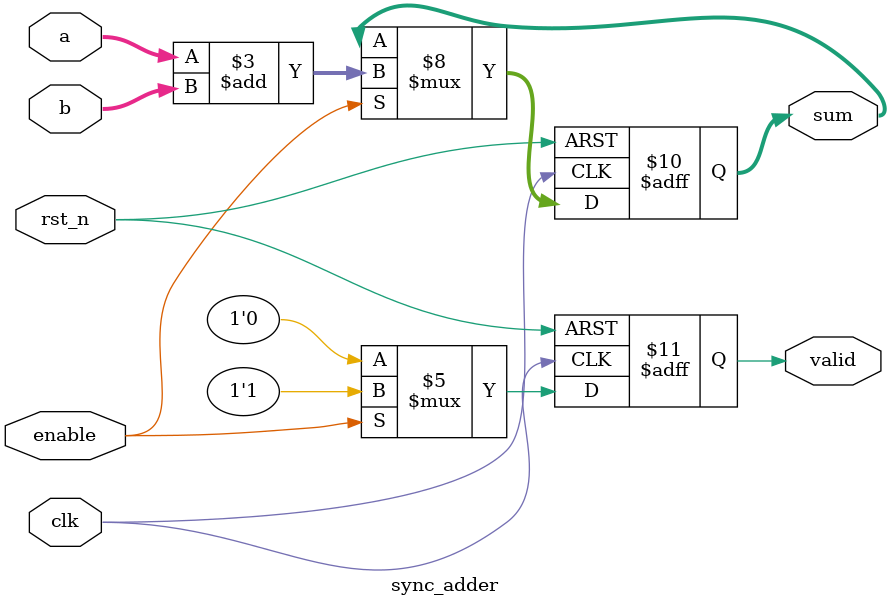
<source format=v>
`timescale 1ns / 1ps

module sync_adder #(
    parameter WIDTH = 8  // 데이터 폭
)(
    input  wire                clk,      // 클럭 신호
    input  wire                rst_n,    // 리셋 신호 (active low)
    input  wire                enable,   // 인에이블 신호
    input  wire [WIDTH-1:0]    a,        // 첫 번째 입력
    input  wire [WIDTH-1:0]    b,        // 두 번째 입력
    output reg  [WIDTH:0]      sum,      // 출력 (캐리 포함)
    output reg                 valid     // 출력 유효 신호
);

    always @(posedge clk or negedge rst_n) begin
        if (!rst_n) begin
            sum   <= {(WIDTH+1){1'b0}};
            valid <= 1'b0;
        end else if (enable) begin
            sum   <= a + b;
            valid <= 1'b1;
        end else begin
            valid <= 1'b0;
        end
    end

endmodule

</source>
